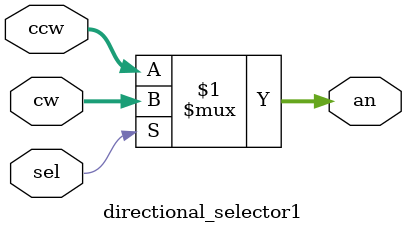
<source format=v>
`timescale 1ns / 1ps
module directional_selector1(
			input wire [7:0] cw,
			input wire [7:0] ccw,
			input wire  sel,
			output wire [7:0] an
    );
		assign an = (sel)? cw: ccw;
			 
endmodule 
</source>
